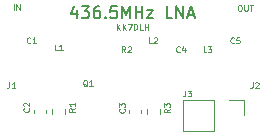
<source format=gto>
%TF.GenerationSoftware,KiCad,Pcbnew,(6.0.1)*%
%TF.CreationDate,2022-03-08T09:49:56-08:00*%
%TF.ProjectId,436.5MHz LNA,3433362e-354d-4487-9a20-4c4e412e6b69,rev?*%
%TF.SameCoordinates,Original*%
%TF.FileFunction,Legend,Top*%
%TF.FilePolarity,Positive*%
%FSLAX46Y46*%
G04 Gerber Fmt 4.6, Leading zero omitted, Abs format (unit mm)*
G04 Created by KiCad (PCBNEW (6.0.1)) date 2022-03-08 09:49:56*
%MOMM*%
%LPD*%
G01*
G04 APERTURE LIST*
%ADD10C,0.125000*%
%ADD11C,0.150000*%
%ADD12C,0.120000*%
G04 APERTURE END LIST*
D10*
X99616666Y-69926190D02*
X99616666Y-69426190D01*
X99902380Y-69926190D02*
X99688095Y-69640476D01*
X99902380Y-69426190D02*
X99616666Y-69711904D01*
X100116666Y-69926190D02*
X100116666Y-69426190D01*
X100402380Y-69926190D02*
X100188095Y-69640476D01*
X100402380Y-69426190D02*
X100116666Y-69711904D01*
X100569047Y-69426190D02*
X100902380Y-69426190D01*
X100688095Y-69926190D01*
X101092857Y-69926190D02*
X101092857Y-69426190D01*
X101211904Y-69426190D01*
X101283333Y-69450000D01*
X101330952Y-69497619D01*
X101354761Y-69545238D01*
X101378571Y-69640476D01*
X101378571Y-69711904D01*
X101354761Y-69807142D01*
X101330952Y-69854761D01*
X101283333Y-69902380D01*
X101211904Y-69926190D01*
X101092857Y-69926190D01*
X101830952Y-69926190D02*
X101592857Y-69926190D01*
X101592857Y-69426190D01*
X101997619Y-69926190D02*
X101997619Y-69426190D01*
X101997619Y-69664285D02*
X102283333Y-69664285D01*
X102283333Y-69926190D02*
X102283333Y-69426190D01*
X110000000Y-67826190D02*
X110095238Y-67826190D01*
X110142857Y-67850000D01*
X110190476Y-67897619D01*
X110214285Y-67992857D01*
X110214285Y-68159523D01*
X110190476Y-68254761D01*
X110142857Y-68302380D01*
X110095238Y-68326190D01*
X110000000Y-68326190D01*
X109952380Y-68302380D01*
X109904761Y-68254761D01*
X109880952Y-68159523D01*
X109880952Y-67992857D01*
X109904761Y-67897619D01*
X109952380Y-67850000D01*
X110000000Y-67826190D01*
X110428571Y-67826190D02*
X110428571Y-68230952D01*
X110452380Y-68278571D01*
X110476190Y-68302380D01*
X110523809Y-68326190D01*
X110619047Y-68326190D01*
X110666666Y-68302380D01*
X110690476Y-68278571D01*
X110714285Y-68230952D01*
X110714285Y-67826190D01*
X110880952Y-67826190D02*
X111166666Y-67826190D01*
X111023809Y-68326190D02*
X111023809Y-67826190D01*
X90888095Y-68226190D02*
X90888095Y-67726190D01*
X91126190Y-68226190D02*
X91126190Y-67726190D01*
X91411904Y-68226190D01*
X91411904Y-67726190D01*
D11*
X96235714Y-68285714D02*
X96235714Y-68952380D01*
X95997619Y-67904761D02*
X95759523Y-68619047D01*
X96378571Y-68619047D01*
X96664285Y-67952380D02*
X97283333Y-67952380D01*
X96950000Y-68333333D01*
X97092857Y-68333333D01*
X97188095Y-68380952D01*
X97235714Y-68428571D01*
X97283333Y-68523809D01*
X97283333Y-68761904D01*
X97235714Y-68857142D01*
X97188095Y-68904761D01*
X97092857Y-68952380D01*
X96807142Y-68952380D01*
X96711904Y-68904761D01*
X96664285Y-68857142D01*
X98140476Y-67952380D02*
X97950000Y-67952380D01*
X97854761Y-68000000D01*
X97807142Y-68047619D01*
X97711904Y-68190476D01*
X97664285Y-68380952D01*
X97664285Y-68761904D01*
X97711904Y-68857142D01*
X97759523Y-68904761D01*
X97854761Y-68952380D01*
X98045238Y-68952380D01*
X98140476Y-68904761D01*
X98188095Y-68857142D01*
X98235714Y-68761904D01*
X98235714Y-68523809D01*
X98188095Y-68428571D01*
X98140476Y-68380952D01*
X98045238Y-68333333D01*
X97854761Y-68333333D01*
X97759523Y-68380952D01*
X97711904Y-68428571D01*
X97664285Y-68523809D01*
X98664285Y-68857142D02*
X98711904Y-68904761D01*
X98664285Y-68952380D01*
X98616666Y-68904761D01*
X98664285Y-68857142D01*
X98664285Y-68952380D01*
X99616666Y-67952380D02*
X99140476Y-67952380D01*
X99092857Y-68428571D01*
X99140476Y-68380952D01*
X99235714Y-68333333D01*
X99473809Y-68333333D01*
X99569047Y-68380952D01*
X99616666Y-68428571D01*
X99664285Y-68523809D01*
X99664285Y-68761904D01*
X99616666Y-68857142D01*
X99569047Y-68904761D01*
X99473809Y-68952380D01*
X99235714Y-68952380D01*
X99140476Y-68904761D01*
X99092857Y-68857142D01*
X100092857Y-68952380D02*
X100092857Y-67952380D01*
X100426190Y-68666666D01*
X100759523Y-67952380D01*
X100759523Y-68952380D01*
X101235714Y-68952380D02*
X101235714Y-67952380D01*
X101235714Y-68428571D02*
X101807142Y-68428571D01*
X101807142Y-68952380D02*
X101807142Y-67952380D01*
X102188095Y-68285714D02*
X102711904Y-68285714D01*
X102188095Y-68952380D01*
X102711904Y-68952380D01*
X104330952Y-68952380D02*
X103854761Y-68952380D01*
X103854761Y-67952380D01*
X104664285Y-68952380D02*
X104664285Y-67952380D01*
X105235714Y-68952380D01*
X105235714Y-67952380D01*
X105664285Y-68666666D02*
X106140476Y-68666666D01*
X105569047Y-68952380D02*
X105902380Y-67952380D01*
X106235714Y-68952380D01*
D10*
X109566666Y-71028571D02*
X109542857Y-71052380D01*
X109471428Y-71076190D01*
X109423809Y-71076190D01*
X109352380Y-71052380D01*
X109304761Y-71004761D01*
X109280952Y-70957142D01*
X109257142Y-70861904D01*
X109257142Y-70790476D01*
X109280952Y-70695238D01*
X109304761Y-70647619D01*
X109352380Y-70600000D01*
X109423809Y-70576190D01*
X109471428Y-70576190D01*
X109542857Y-70600000D01*
X109566666Y-70623809D01*
X110019047Y-70576190D02*
X109780952Y-70576190D01*
X109757142Y-70814285D01*
X109780952Y-70790476D01*
X109828571Y-70766666D01*
X109947619Y-70766666D01*
X109995238Y-70790476D01*
X110019047Y-70814285D01*
X110042857Y-70861904D01*
X110042857Y-70980952D01*
X110019047Y-71028571D01*
X109995238Y-71052380D01*
X109947619Y-71076190D01*
X109828571Y-71076190D01*
X109780952Y-71052380D01*
X109757142Y-71028571D01*
X107216666Y-71826190D02*
X106978571Y-71826190D01*
X106978571Y-71326190D01*
X107335714Y-71326190D02*
X107645238Y-71326190D01*
X107478571Y-71516666D01*
X107550000Y-71516666D01*
X107597619Y-71540476D01*
X107621428Y-71564285D01*
X107645238Y-71611904D01*
X107645238Y-71730952D01*
X107621428Y-71778571D01*
X107597619Y-71802380D01*
X107550000Y-71826190D01*
X107407142Y-71826190D01*
X107359523Y-71802380D01*
X107335714Y-71778571D01*
X104966666Y-71778571D02*
X104942857Y-71802380D01*
X104871428Y-71826190D01*
X104823809Y-71826190D01*
X104752380Y-71802380D01*
X104704761Y-71754761D01*
X104680952Y-71707142D01*
X104657142Y-71611904D01*
X104657142Y-71540476D01*
X104680952Y-71445238D01*
X104704761Y-71397619D01*
X104752380Y-71350000D01*
X104823809Y-71326190D01*
X104871428Y-71326190D01*
X104942857Y-71350000D01*
X104966666Y-71373809D01*
X105395238Y-71492857D02*
X105395238Y-71826190D01*
X105276190Y-71302380D02*
X105157142Y-71659523D01*
X105466666Y-71659523D01*
X102616666Y-71076190D02*
X102378571Y-71076190D01*
X102378571Y-70576190D01*
X102759523Y-70623809D02*
X102783333Y-70600000D01*
X102830952Y-70576190D01*
X102950000Y-70576190D01*
X102997619Y-70600000D01*
X103021428Y-70623809D01*
X103045238Y-70671428D01*
X103045238Y-70719047D01*
X103021428Y-70790476D01*
X102735714Y-71076190D01*
X103045238Y-71076190D01*
X100366666Y-71826190D02*
X100200000Y-71588095D01*
X100080952Y-71826190D02*
X100080952Y-71326190D01*
X100271428Y-71326190D01*
X100319047Y-71350000D01*
X100342857Y-71373809D01*
X100366666Y-71421428D01*
X100366666Y-71492857D01*
X100342857Y-71540476D01*
X100319047Y-71564285D01*
X100271428Y-71588095D01*
X100080952Y-71588095D01*
X100557142Y-71373809D02*
X100580952Y-71350000D01*
X100628571Y-71326190D01*
X100747619Y-71326190D01*
X100795238Y-71350000D01*
X100819047Y-71373809D01*
X100842857Y-71421428D01*
X100842857Y-71469047D01*
X100819047Y-71540476D01*
X100533333Y-71826190D01*
X100842857Y-71826190D01*
X97152380Y-74723809D02*
X97104761Y-74700000D01*
X97057142Y-74652380D01*
X96985714Y-74580952D01*
X96938095Y-74557142D01*
X96890476Y-74557142D01*
X96914285Y-74676190D02*
X96866666Y-74652380D01*
X96819047Y-74604761D01*
X96795238Y-74509523D01*
X96795238Y-74342857D01*
X96819047Y-74247619D01*
X96866666Y-74200000D01*
X96914285Y-74176190D01*
X97009523Y-74176190D01*
X97057142Y-74200000D01*
X97104761Y-74247619D01*
X97128571Y-74342857D01*
X97128571Y-74509523D01*
X97104761Y-74604761D01*
X97057142Y-74652380D01*
X97009523Y-74676190D01*
X96914285Y-74676190D01*
X97604761Y-74676190D02*
X97319047Y-74676190D01*
X97461904Y-74676190D02*
X97461904Y-74176190D01*
X97414285Y-74247619D01*
X97366666Y-74295238D01*
X97319047Y-74319047D01*
X94616666Y-71676190D02*
X94378571Y-71676190D01*
X94378571Y-71176190D01*
X95045238Y-71676190D02*
X94759523Y-71676190D01*
X94902380Y-71676190D02*
X94902380Y-71176190D01*
X94854761Y-71247619D01*
X94807142Y-71295238D01*
X94759523Y-71319047D01*
X92316666Y-71028571D02*
X92292857Y-71052380D01*
X92221428Y-71076190D01*
X92173809Y-71076190D01*
X92102380Y-71052380D01*
X92054761Y-71004761D01*
X92030952Y-70957142D01*
X92007142Y-70861904D01*
X92007142Y-70790476D01*
X92030952Y-70695238D01*
X92054761Y-70647619D01*
X92102380Y-70600000D01*
X92173809Y-70576190D01*
X92221428Y-70576190D01*
X92292857Y-70600000D01*
X92316666Y-70623809D01*
X92792857Y-71076190D02*
X92507142Y-71076190D01*
X92650000Y-71076190D02*
X92650000Y-70576190D01*
X92602380Y-70647619D01*
X92554761Y-70695238D01*
X92507142Y-70719047D01*
X92178571Y-76583333D02*
X92202380Y-76607142D01*
X92226190Y-76678571D01*
X92226190Y-76726190D01*
X92202380Y-76797619D01*
X92154761Y-76845238D01*
X92107142Y-76869047D01*
X92011904Y-76892857D01*
X91940476Y-76892857D01*
X91845238Y-76869047D01*
X91797619Y-76845238D01*
X91750000Y-76797619D01*
X91726190Y-76726190D01*
X91726190Y-76678571D01*
X91750000Y-76607142D01*
X91773809Y-76583333D01*
X91773809Y-76392857D02*
X91750000Y-76369047D01*
X91726190Y-76321428D01*
X91726190Y-76202380D01*
X91750000Y-76154761D01*
X91773809Y-76130952D01*
X91821428Y-76107142D01*
X91869047Y-76107142D01*
X91940476Y-76130952D01*
X92226190Y-76416666D01*
X92226190Y-76107142D01*
X111133333Y-74376190D02*
X111133333Y-74733333D01*
X111109523Y-74804761D01*
X111061904Y-74852380D01*
X110990476Y-74876190D01*
X110942857Y-74876190D01*
X111347619Y-74423809D02*
X111371428Y-74400000D01*
X111419047Y-74376190D01*
X111538095Y-74376190D01*
X111585714Y-74400000D01*
X111609523Y-74423809D01*
X111633333Y-74471428D01*
X111633333Y-74519047D01*
X111609523Y-74590476D01*
X111323809Y-74876190D01*
X111633333Y-74876190D01*
X90533333Y-74376190D02*
X90533333Y-74733333D01*
X90509523Y-74804761D01*
X90461904Y-74852380D01*
X90390476Y-74876190D01*
X90342857Y-74876190D01*
X91033333Y-74876190D02*
X90747619Y-74876190D01*
X90890476Y-74876190D02*
X90890476Y-74376190D01*
X90842857Y-74447619D01*
X90795238Y-74495238D01*
X90747619Y-74519047D01*
X104126190Y-76633333D02*
X103888095Y-76800000D01*
X104126190Y-76919047D02*
X103626190Y-76919047D01*
X103626190Y-76728571D01*
X103650000Y-76680952D01*
X103673809Y-76657142D01*
X103721428Y-76633333D01*
X103792857Y-76633333D01*
X103840476Y-76657142D01*
X103864285Y-76680952D01*
X103888095Y-76728571D01*
X103888095Y-76919047D01*
X103626190Y-76466666D02*
X103626190Y-76157142D01*
X103816666Y-76323809D01*
X103816666Y-76252380D01*
X103840476Y-76204761D01*
X103864285Y-76180952D01*
X103911904Y-76157142D01*
X104030952Y-76157142D01*
X104078571Y-76180952D01*
X104102380Y-76204761D01*
X104126190Y-76252380D01*
X104126190Y-76395238D01*
X104102380Y-76442857D01*
X104078571Y-76466666D01*
X96076190Y-76583333D02*
X95838095Y-76750000D01*
X96076190Y-76869047D02*
X95576190Y-76869047D01*
X95576190Y-76678571D01*
X95600000Y-76630952D01*
X95623809Y-76607142D01*
X95671428Y-76583333D01*
X95742857Y-76583333D01*
X95790476Y-76607142D01*
X95814285Y-76630952D01*
X95838095Y-76678571D01*
X95838095Y-76869047D01*
X96076190Y-76107142D02*
X96076190Y-76392857D01*
X96076190Y-76250000D02*
X95576190Y-76250000D01*
X95647619Y-76297619D01*
X95695238Y-76345238D01*
X95719047Y-76392857D01*
X105433333Y-75076190D02*
X105433333Y-75433333D01*
X105409523Y-75504761D01*
X105361904Y-75552380D01*
X105290476Y-75576190D01*
X105242857Y-75576190D01*
X105623809Y-75076190D02*
X105933333Y-75076190D01*
X105766666Y-75266666D01*
X105838095Y-75266666D01*
X105885714Y-75290476D01*
X105909523Y-75314285D01*
X105933333Y-75361904D01*
X105933333Y-75480952D01*
X105909523Y-75528571D01*
X105885714Y-75552380D01*
X105838095Y-75576190D01*
X105695238Y-75576190D01*
X105647619Y-75552380D01*
X105623809Y-75528571D01*
X100278571Y-76633333D02*
X100302380Y-76657142D01*
X100326190Y-76728571D01*
X100326190Y-76776190D01*
X100302380Y-76847619D01*
X100254761Y-76895238D01*
X100207142Y-76919047D01*
X100111904Y-76942857D01*
X100040476Y-76942857D01*
X99945238Y-76919047D01*
X99897619Y-76895238D01*
X99850000Y-76847619D01*
X99826190Y-76776190D01*
X99826190Y-76728571D01*
X99850000Y-76657142D01*
X99873809Y-76633333D01*
X99826190Y-76466666D02*
X99826190Y-76157142D01*
X100016666Y-76323809D01*
X100016666Y-76252380D01*
X100040476Y-76204761D01*
X100064285Y-76180952D01*
X100111904Y-76157142D01*
X100230952Y-76157142D01*
X100278571Y-76180952D01*
X100302380Y-76204761D01*
X100326190Y-76252380D01*
X100326190Y-76395238D01*
X100302380Y-76442857D01*
X100278571Y-76466666D01*
D12*
X93610000Y-76990580D02*
X93610000Y-76709420D01*
X92590000Y-76990580D02*
X92590000Y-76709420D01*
X103272500Y-76612742D02*
X103272500Y-77087258D01*
X102227500Y-76612742D02*
X102227500Y-77087258D01*
X95222500Y-76612742D02*
X95222500Y-77087258D01*
X94177500Y-76612742D02*
X94177500Y-77087258D01*
X107830000Y-78505000D02*
X105230000Y-78505000D01*
X105230000Y-75845000D02*
X105230000Y-78505000D01*
X107830000Y-75845000D02*
X107830000Y-78505000D01*
X110430000Y-75845000D02*
X110430000Y-77175000D01*
X109100000Y-75845000D02*
X110430000Y-75845000D01*
X107830000Y-75845000D02*
X105230000Y-75845000D01*
X101710000Y-76990580D02*
X101710000Y-76709420D01*
X100690000Y-76990580D02*
X100690000Y-76709420D01*
M02*

</source>
